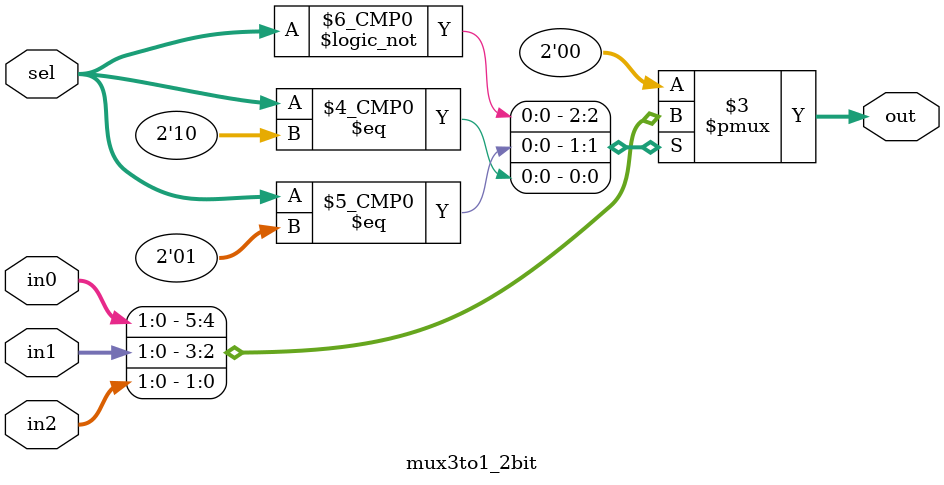
<source format=v>
`timescale 1ns / 1ps


module mux3to1_2bit (
    input  [1:0] in0,   // Input 0
    input  [1:0] in1,   // Input 1
    input  [1:0] in2,   // Input 2
    input  [1:0] sel,    // Select line (2 bits to select among 3 inputs)
    output reg [1:0] out // Output
);

    always @(*) begin
        case (sel)
            2'b00: out = in0;
            2'b01: out = in1;
            2'b10: out = in2;
            default: out = 2'b0;  // Default case for safety
        endcase
    end

endmodule

</source>
